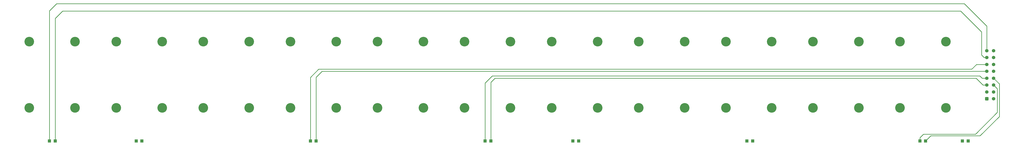
<source format=gbr>
%TF.GenerationSoftware,KiCad,Pcbnew,9.0.2*%
%TF.CreationDate,2025-07-25T15:19:20+08:00*%
%TF.ProjectId,accum_pcb_under,61636375-6d5f-4706-9362-5f756e646572,rev?*%
%TF.SameCoordinates,Original*%
%TF.FileFunction,Copper,L1,Top*%
%TF.FilePolarity,Positive*%
%FSLAX46Y46*%
G04 Gerber Fmt 4.6, Leading zero omitted, Abs format (unit mm)*
G04 Created by KiCad (PCBNEW 9.0.2) date 2025-07-25 15:19:20*
%MOMM*%
%LPD*%
G01*
G04 APERTURE LIST*
G04 Aperture macros list*
%AMRoundRect*
0 Rectangle with rounded corners*
0 $1 Rounding radius*
0 $2 $3 $4 $5 $6 $7 $8 $9 X,Y pos of 4 corners*
0 Add a 4 corners polygon primitive as box body*
4,1,4,$2,$3,$4,$5,$6,$7,$8,$9,$2,$3,0*
0 Add four circle primitives for the rounded corners*
1,1,$1+$1,$2,$3*
1,1,$1+$1,$4,$5*
1,1,$1+$1,$6,$7*
1,1,$1+$1,$8,$9*
0 Add four rect primitives between the rounded corners*
20,1,$1+$1,$2,$3,$4,$5,0*
20,1,$1+$1,$4,$5,$6,$7,0*
20,1,$1+$1,$6,$7,$8,$9,0*
20,1,$1+$1,$8,$9,$2,$3,0*%
G04 Aperture macros list end*
%TA.AperFunction,ComponentPad*%
%ADD10C,4.200000*%
%TD*%
%TA.AperFunction,ComponentPad*%
%ADD11R,1.350000X1.350000*%
%TD*%
%TA.AperFunction,ComponentPad*%
%ADD12RoundRect,0.250001X0.499999X-0.499999X0.499999X0.499999X-0.499999X0.499999X-0.499999X-0.499999X0*%
%TD*%
%TA.AperFunction,ComponentPad*%
%ADD13C,1.500000*%
%TD*%
%TA.AperFunction,Conductor*%
%ADD14C,0.254000*%
%TD*%
G04 APERTURE END LIST*
D10*
%TO.P,,1*%
%TO.N,N/C*%
X507381782Y-225121090D03*
%TD*%
%TO.P,,1*%
%TO.N,N/C*%
X126914767Y-196175590D03*
%TD*%
%TO.P,,1*%
%TO.N,N/C*%
X203007448Y-196176090D03*
%TD*%
%TO.P,,1*%
%TO.N,N/C*%
X393241100Y-196183590D03*
%TD*%
D11*
%TO.P,J5_1,1,Pin_1*%
%TO.N,/temp_5_1*%
X517083115Y-239613590D03*
%TD*%
D10*
%TO.P,,1*%
%TO.N,N/C*%
X355195115Y-225120090D03*
%TD*%
D11*
%TO.P,J7_1,1,Pin_1*%
%TO.N,/temp_7_1*%
X344406115Y-239613590D03*
%TD*%
%TO.P,J1_2,1,Pin_1*%
%TO.N,/temp_1_2*%
X118236115Y-239613590D03*
%TD*%
D10*
%TO.P,,1*%
%TO.N,N/C*%
X182962144Y-225114090D03*
%TD*%
%TO.P,,1*%
%TO.N,N/C*%
X279101115Y-196179090D03*
%TD*%
%TO.P,,1*%
%TO.N,N/C*%
X259055811Y-225115090D03*
%TD*%
%TO.P,,1*%
%TO.N,N/C*%
X241054826Y-225113590D03*
%TD*%
D11*
%TO.P,J8_1,1,Pin_1*%
%TO.N,/temp_8_1*%
X498503115Y-239613590D03*
%TD*%
D10*
%TO.P,,1*%
%TO.N,N/C*%
X431288478Y-225121090D03*
%TD*%
%TO.P,,1*%
%TO.N,N/C*%
X507381782Y-196188090D03*
%TD*%
%TO.P,,1*%
%TO.N,N/C*%
X469335130Y-225122590D03*
%TD*%
%TO.P,,1*%
%TO.N,N/C*%
X335149085Y-196182090D03*
%TD*%
%TO.P,,1*%
%TO.N,N/C*%
X221008796Y-196177590D03*
%TD*%
D11*
%TO.P,J8_2,1,Pin_1*%
%TO.N,/temp_8_2*%
X496003115Y-239613590D03*
%TD*%
D10*
%TO.P,,1*%
%TO.N,N/C*%
X355194752Y-196182090D03*
%TD*%
%TO.P,,1*%
%TO.N,N/C*%
X144915796Y-225112590D03*
%TD*%
D11*
%TO.P,J3_2,1,Pin_1*%
%TO.N,/temp_3_2*%
X232244115Y-239613590D03*
%TD*%
%TO.P,J1_1,1,Pin_1*%
%TO.N,/temp_1_1*%
X115736115Y-239613590D03*
%TD*%
D10*
%TO.P,,1*%
%TO.N,N/C*%
X241054463Y-196177590D03*
%TD*%
D11*
%TO.P,J2_1,1,Pin_1*%
%TO.N,/temp_2_1*%
X156114115Y-239613590D03*
%TD*%
D10*
%TO.P,,1*%
%TO.N,N/C*%
X106869100Y-196175590D03*
%TD*%
%TO.P,,1*%
%TO.N,N/C*%
X487336115Y-196188090D03*
%TD*%
D11*
%TO.P,J5_2,1,Pin_1*%
%TO.N,/temp_5_2*%
X514583115Y-239613590D03*
%TD*%
D10*
%TO.P,,1*%
%TO.N,N/C*%
X221009159Y-225113590D03*
%TD*%
%TO.P,,1*%
%TO.N,N/C*%
X297102463Y-196180590D03*
%TD*%
%TO.P,,1*%
%TO.N,N/C*%
X411242448Y-196185090D03*
%TD*%
%TO.P,,1*%
%TO.N,N/C*%
X106869463Y-225113590D03*
%TD*%
%TO.P,,1*%
%TO.N,N/C*%
X373195433Y-196183590D03*
%TD*%
%TO.P,,1*%
%TO.N,N/C*%
X317148130Y-196180590D03*
%TD*%
%TO.P,,1*%
%TO.N,N/C*%
X297102463Y-225113590D03*
%TD*%
D11*
%TO.P,J7_2,1,Pin_1*%
%TO.N,/temp_7_2*%
X346906115Y-239613590D03*
%TD*%
D10*
%TO.P,,1*%
%TO.N,N/C*%
X126915130Y-225113590D03*
%TD*%
%TO.P,,1*%
%TO.N,N/C*%
X431288115Y-196185090D03*
%TD*%
%TO.P,,1*%
%TO.N,N/C*%
X393241463Y-225121590D03*
%TD*%
%TO.P,,1*%
%TO.N,N/C*%
X259055448Y-196179090D03*
%TD*%
%TO.P,,1*%
%TO.N,N/C*%
X335149448Y-225120090D03*
%TD*%
%TO.P,,1*%
%TO.N,N/C*%
X164961100Y-196174590D03*
%TD*%
D11*
%TO.P,J4_1,1,Pin_1*%
%TO.N,/temp_4_1*%
X422924115Y-239613590D03*
%TD*%
D10*
%TO.P,,1*%
%TO.N,N/C*%
X487336115Y-225121090D03*
%TD*%
%TO.P,,1*%
%TO.N,N/C*%
X449289463Y-225122590D03*
%TD*%
%TO.P,,1*%
%TO.N,N/C*%
X203007811Y-225114090D03*
%TD*%
%TO.P,,1*%
%TO.N,N/C*%
X144915433Y-196174590D03*
%TD*%
D11*
%TO.P,J6_1,1,Pin_1*%
%TO.N,/temp_6_1*%
X306039115Y-239613590D03*
%TD*%
%TO.P,J6_2,1,Pin_1*%
%TO.N,/temp_6_2*%
X308539115Y-239613590D03*
%TD*%
D10*
%TO.P,,1*%
%TO.N,N/C*%
X469334767Y-196186590D03*
%TD*%
D11*
%TO.P,J4_2,1,Pin_1*%
%TO.N,/temp_4_2*%
X420424115Y-239613590D03*
%TD*%
D10*
%TO.P,,1*%
%TO.N,N/C*%
X317148130Y-225113590D03*
%TD*%
D11*
%TO.P,J3_1,1,Pin_1*%
%TO.N,/temp_3_1*%
X229744115Y-239613590D03*
%TD*%
D12*
%TO.P,J9,1,Pin_1*%
%TO.N,/temp_4_1*%
X525212115Y-221154463D03*
D13*
%TO.P,J9,2,Pin_2*%
%TO.N,/temp_4_2*%
X525212115Y-218154463D03*
%TO.P,J9,3,Pin_3*%
%TO.N,/temp_6_2*%
X525212115Y-215154463D03*
%TO.P,J9,4,Pin_4*%
%TO.N,/temp_6_1*%
X525212115Y-212154463D03*
%TO.P,J9,5,Pin_5*%
%TO.N,/temp_3_2*%
X525212115Y-209154463D03*
%TO.P,J9,6,Pin_6*%
%TO.N,/temp_3_1*%
X525212115Y-206154463D03*
%TO.P,J9,7,Pin_7*%
%TO.N,/temp_1_2*%
X525212115Y-203154463D03*
%TO.P,J9,8,Pin_8*%
%TO.N,/temp_1_1*%
X525212115Y-200154463D03*
%TO.P,J9,9,Pin_9*%
%TO.N,/temp_5_1*%
X528212115Y-221154463D03*
%TO.P,J9,10,Pin_10*%
%TO.N,/temp_5_2*%
X528212115Y-218154463D03*
%TO.P,J9,11,Pin_11*%
%TO.N,/temp_8_2*%
X528212115Y-215154463D03*
%TO.P,J9,12,Pin_12*%
%TO.N,/temp_8_1*%
X528212115Y-212154463D03*
%TO.P,J9,13,Pin_13*%
%TO.N,/temp_7_2*%
X528212115Y-209154463D03*
%TO.P,J9,14,Pin_14*%
%TO.N,/temp_7_1*%
X528212115Y-206154463D03*
%TO.P,J9,15,Pin_15*%
%TO.N,/temp_2_2*%
X528212115Y-203154463D03*
%TO.P,J9,16,Pin_16*%
%TO.N,/temp_2_1*%
X528212115Y-200154463D03*
%TD*%
D10*
%TO.P,,1*%
%TO.N,N/C*%
X411242811Y-225121090D03*
%TD*%
%TO.P,,1*%
%TO.N,N/C*%
X373195796Y-225121590D03*
%TD*%
%TO.P,,1*%
%TO.N,N/C*%
X449289100Y-196186590D03*
%TD*%
D11*
%TO.P,J2_2,1,Pin_1*%
%TO.N,/temp_2_2*%
X153614115Y-239613590D03*
%TD*%
D10*
%TO.P,,1*%
%TO.N,N/C*%
X182961781Y-196176090D03*
%TD*%
%TO.P,,1*%
%TO.N,N/C*%
X279101478Y-225115090D03*
%TD*%
%TO.P,,1*%
%TO.N,N/C*%
X164961463Y-225112590D03*
%TD*%
D14*
%TO.N,/temp_1_1*%
X525212115Y-189403590D02*
X525212115Y-200154463D01*
X115736115Y-239613590D02*
X115736115Y-182684590D01*
X515394115Y-179585590D02*
X525212115Y-189403590D01*
X118835115Y-179585590D02*
X515394115Y-179585590D01*
X115736115Y-182684590D02*
X118835115Y-179585590D01*
%TO.N,/temp_8_2*%
X496003115Y-238185590D02*
X497584115Y-236604590D01*
X529827115Y-227084590D02*
X529827115Y-216769463D01*
X520307115Y-236604590D02*
X529827115Y-227084590D01*
X496003115Y-239613590D02*
X496003115Y-238185590D01*
X497584115Y-236604590D02*
X520307115Y-236604590D01*
X529827115Y-216769463D02*
X528212115Y-215154463D01*
%TO.N,/temp_3_2*%
X234872242Y-209154463D02*
X525212115Y-209154463D01*
X232244115Y-211782590D02*
X234872242Y-209154463D01*
X232244115Y-239613590D02*
X232244115Y-211782590D01*
%TO.N,/temp_3_1*%
X229744115Y-239613590D02*
X229744115Y-211806590D01*
X233325115Y-208225590D02*
X518666115Y-208225590D01*
X518666115Y-208225590D02*
X520737242Y-206154463D01*
X229744115Y-211806590D02*
X233325115Y-208225590D01*
X520737242Y-206154463D02*
X525212115Y-206154463D01*
%TO.N,/temp_6_1*%
X523223988Y-212154463D02*
X525212115Y-212154463D01*
X309189115Y-211133590D02*
X522203115Y-211133590D01*
X306039115Y-239613590D02*
X306039115Y-214283590D01*
X306039115Y-214283590D02*
X309189115Y-211133590D01*
X522203115Y-211133590D02*
X523223988Y-212154463D01*
%TO.N,/temp_8_1*%
X530703115Y-228945590D02*
X530703115Y-214645463D01*
X500768115Y-237348590D02*
X522300115Y-237348590D01*
X530703115Y-214645463D02*
X528212115Y-212154463D01*
X498503115Y-239613590D02*
X500768115Y-237348590D01*
X522300115Y-237348590D02*
X530703115Y-228945590D01*
%TO.N,/temp_1_2*%
X524045988Y-203154463D02*
X525212115Y-203154463D01*
X118236115Y-186030590D02*
X121435115Y-182831590D01*
X121435115Y-182831590D02*
X513842115Y-182831590D01*
X522949115Y-191938590D02*
X522949115Y-202057590D01*
X513842115Y-182831590D02*
X522949115Y-191938590D01*
X522949115Y-202057590D02*
X524045988Y-203154463D01*
X118236115Y-239613590D02*
X118236115Y-186030590D01*
%TO.N,/temp_6_2*%
X308539115Y-213947590D02*
X310337115Y-212149590D01*
X523584988Y-215154463D02*
X525212115Y-215154463D01*
X308539115Y-239613590D02*
X308539115Y-213947590D01*
X520580115Y-212149590D02*
X523584988Y-215154463D01*
X310337115Y-212149590D02*
X520580115Y-212149590D01*
%TD*%
M02*

</source>
